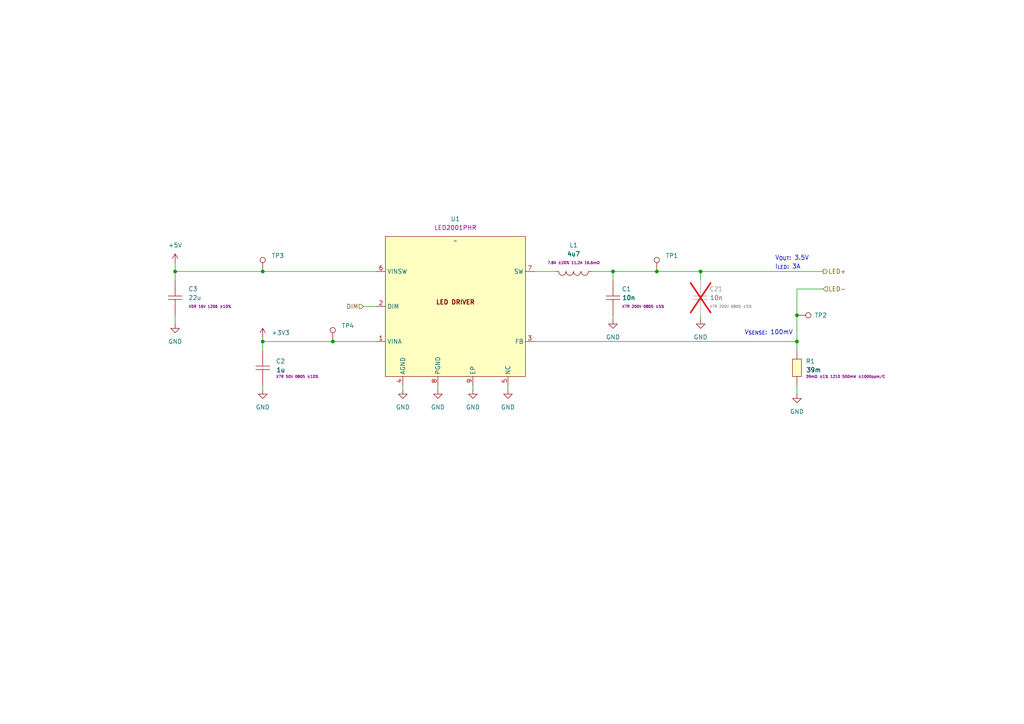
<source format=kicad_sch>
(kicad_sch (version 20231120) (generator "eeschema") (generator_version "8.0")
  (paper "A4")
  (lib_symbols
    (symbol "Connector:TestPoint" (pin_numbers hide) (pin_names (offset 0.762) hide)
      (property "Reference" "TP" (at 0 6.858 0))
      (property "Value" "TestPoint" (at 0 5.08 0))
      (symbol "TestPoint_0_1"
        (circle (center 0 3.302) (radius 0.762))
      )
      (symbol "TestPoint_1_1"
        (pin passive line (at 0 0 90) (length 2.54) (name "1") (number "1"))
      )
    )
    (symbol "EASYEDA2KICAD:C_10n_X7R_CERAMIC" (pin_numbers hide) (pin_names hide)
      (property "Reference" "C" (at 0 8.89 0))
      (property "Value" "10n" (at 0 6.35 0))
      (property "Extra Value" "X7R 200V 0805 ±5%" (at 0 3.81 0))
      (symbol "C_10n_X7R_CERAMIC_0_1"
        (polyline (pts (xy -0.51 -2.03) (xy -0.51 2.03)))
        (polyline (pts (xy -0.51 0) (xy -2.54 0)))
        (polyline (pts (xy 0.51 2.03) (xy 0.51 -2.03)))
        (polyline (pts (xy 2.54 0) (xy 0.51 0)))
      )
      (symbol "C_10n_X7R_CERAMIC_1_1"
        (pin passive line (at -5.08 0 0) (length 2.54) (name "1") (number "1"))
        (pin passive line (at 5.08 0 180) (length 2.54) (name "2") (number "2"))
      )
    )
    (symbol "EASYEDA2KICAD:C_1uF_X7R_CERAMIC" (pin_numbers hide) (pin_names hide)
      (property "Reference" "C" (at 0 8.89 0))
      (property "Value" "1u" (at 0 6.35 0))
      (property "Extra Values" "X7R 50V 0805 ±10% " (at 0 3.81 0))
      (symbol "C_1uF_X7R_CERAMIC_0_1"
        (polyline (pts (xy -2.54 0) (xy -0.51 0)))
        (polyline (pts (xy -0.51 2.03) (xy -0.51 -2.03)))
        (polyline (pts (xy 0.51 0) (xy 2.54 0)))
        (polyline (pts (xy 0.51 2.03) (xy 0.51 -2.03)))
      )
      (symbol "C_1uF_X7R_CERAMIC_1_1"
        (pin passive line (at -5.08 0 0) (length 2.54) (name "1") (number "1"))
        (pin passive line (at 5.08 0 180) (length 2.54) (name "2") (number "2"))
      )
    )
    (symbol "EASYEDA2KICAD:C_22uF_X5R_CERAMIC" (pin_numbers hide) (pin_names hide)
      (property "Reference" "C" (at 0 8.89 0))
      (property "Value" "22u" (at 0 6.35 0))
      (property "Extra Value" "X5R 16V 1206 ±10%" (at 0 3.81 0))
      (symbol "C_22uF_X5R_CERAMIC_0_1"
        (polyline (pts (xy -0.51 -2.03) (xy -0.51 2.03)))
        (polyline (pts (xy -0.51 0) (xy -2.54 0)))
        (polyline (pts (xy 0.51 2.03) (xy 0.51 -2.03)))
        (polyline (pts (xy 2.54 0) (xy 0.51 0)))
      )
      (symbol "C_22uF_X5R_CERAMIC_1_1"
        (pin passive line (at -5.08 0 0) (length 2.54) (name "1") (number "1"))
        (pin passive line (at 5.08 0 180) (length 2.54) (name "2") (number "2"))
      )
    )
    (symbol "EASYEDA2KICAD:LED2001PHR"
      (property "Reference" "U" (at 0 25.4 0))
      (property "Description" "LED2001PHR" (at 0 22.86 0))
      (symbol "LED2001PHR_1_1"
        (rectangle (start -20.32 20.32) (end 20.32 -20.32) (fill (type background)))
        (text "LED DRIVER" (at 0 1.27 0) (effects (font (size 1.27 1.27) (bold yes))))
        (pin power_in line (at -22.86 -10.16 0) (length 2.54) (name "VINA") (number "1"))
        (pin input line (at -22.86 0 0) (length 2.54) (name "DIM") (number "2"))
        (pin power_in line (at 22.86 -10.16 180) (length 2.54) (name "FB") (number "3"))
        (pin power_in line (at -15.24 -22.86 90) (length 2.54) (name "AGND") (number "4"))
        (pin passive line (at 15.24 -22.86 90) (length 2.54) (name "NC") (number "5"))
        (pin power_in line (at -22.86 10.16 0) (length 2.54) (name "VINSW") (number "6"))
        (pin power_out line (at 22.86 10.16 180) (length 2.54) (name "SW") (number "7"))
        (pin power_in line (at -5.08 -22.86 90) (length 2.54) (name "PGND") (number "8"))
        (pin passive line (at 5.08 -22.86 90) (length 2.54) (name "EP") (number "9"))
      )
    )
    (symbol "EASYEDA2KICAD:L_4u7_7.8A_SPM7054VT-4R7M-D" (pin_numbers hide) (pin_names hide)
      (property "Reference" "L" (at 0 7.62 0))
      (property "Value" "4u7" (at 0 5.08 0))
      (property "Extra Value" "7.8A ±20% 11.2A 16.6mΩ" (at 0 2.54 0))
      (symbol "L_4u7_7.8A_SPM7054VT-4R7M-D_0_1"
        (arc (start -4.29 -0.02) (mid -2.81 -1.01) (end -2.27 -0.02))
        (arc (start -2.13 -0.02) (mid -0.66 -1.01) (end -0.11 -0.02))
        (arc (start 0.02 -0.02) (mid 1.49 -1.01) (end 2.04 -0.02))
        (arc (start 2.21 -0.02) (mid 3.68 -1.01) (end 4.23 -0.02))
      )
      (symbol "L_4u7_7.8A_SPM7054VT-4R7M-D_1_1"
        (pin passive line (at -5.08 0 0) (length 0.762) (name "1") (number "1"))
        (pin passive line (at 5.08 0 180) (length 0.762) (name "2") (number "2"))
      )
    )
    (symbol "EASYEDA2KICAD:R_39mOhm_1210_500mW" (pin_numbers hide) (pin_names hide)
      (property "Reference" "R" (at 0 7.62 0))
      (property "Value" "39m" (at 0 5.08 0))
      (property "Extra Value" "39mΩ ±1% 1210 500mW ±1000ppm/C" (at 0 2.54 0))
      (symbol "R_39mOhm_1210_500mW_0_1"
        (rectangle (start -2.54 1.27) (end 2.54 -1.27) (fill (type background)))
      )
      (symbol "R_39mOhm_1210_500mW_1_1"
        (pin passive line (at -5.08 0 0) (length 2.54) (name "1") (number "1"))
        (pin passive line (at 5.08 0 180) (length 2.54) (name "2") (number "2"))
      )
    )
    (symbol "power:+5V" (power) (pin_numbers hide) (pin_names (offset 0) hide)
      (property "Value" "+5V" (at 0 3.556 0))
      (symbol "+5V_0_1"
        (polyline (pts (xy -0.762 1.27) (xy 0 2.54)))
        (polyline (pts (xy 0 0) (xy 0 2.54)))
        (polyline (pts (xy 0 2.54) (xy 0.762 1.27)))
      )
      (symbol "+5V_1_1"
        (pin power_in line (at 0 0 90) (length 0) (name "~") (number "1"))
      )
    )
    (symbol "power:GND" (power) (pin_numbers hide) (pin_names (offset 0) hide)
      (property "Value" "GND" (at 0 -3.81 0))
      (symbol "GND_0_1"
        (polyline (pts (xy 0 0) (xy 0 -1.27) (xy 1.27 -1.27) (xy 0 -2.54) (xy -1.27 -1.27) (xy 0 -1.27)))
      )
      (symbol "GND_1_1"
        (pin power_in line (at 0 0 270) (length 0) (name "~") (number "1"))
      )
    )
  )
  (junction (at 76.2 99.06))
  (junction (at 231.14 99.06))
  (junction (at 203.2 78.74))
  (junction (at 190.5 78.74))
  (junction (at 177.8 78.74))
  (junction (at 231.14 91.44))
  (junction (at 50.8 78.74))
  (junction (at 96.52 99.06))
  (junction (at 76.2 78.74))
  (wire (pts (xy 203.2 78.74) (xy 238.76 78.74)))
  (wire (pts (xy 76.2 99.06) (xy 96.52 99.06)))
  (wire (pts (xy 231.14 91.44) (xy 231.14 99.06)))
  (wire (pts (xy 76.2 78.74) (xy 109.22 78.74)))
  (wire (pts (xy 105.41 88.9) (xy 109.22 88.9)))
  (wire (pts (xy 76.2 99.06) (xy 76.2 101.6)))
  (wire (pts (xy 177.8 78.74) (xy 190.5 78.74)))
  (wire (pts (xy 76.2 113.03) (xy 76.2 111.76)))
  (wire (pts (xy 154.94 99.06) (xy 231.14 99.06)))
  (wire (pts (xy 231.14 83.82) (xy 231.14 91.44)))
  (wire (pts (xy 76.2 97.79) (xy 76.2 99.06)))
  (wire (pts (xy 50.8 78.74) (xy 76.2 78.74)))
  (wire (pts (xy 177.8 81.28) (xy 177.8 78.74)))
  (wire (pts (xy 50.8 93.98) (xy 50.8 91.44)))
  (wire (pts (xy 203.2 81.28) (xy 203.2 78.74)))
  (wire (pts (xy 161.29 78.74) (xy 154.94 78.74)))
  (wire (pts (xy 116.84 111.76) (xy 116.84 113.03)))
  (wire (pts (xy 147.32 113.03) (xy 147.32 111.76)))
  (wire (pts (xy 127 113.03) (xy 127 111.76)))
  (wire (pts (xy 50.8 81.28) (xy 50.8 78.74)))
  (wire (pts (xy 203.2 91.44) (xy 203.2 92.71)))
  (wire (pts (xy 190.5 78.74) (xy 203.2 78.74)))
  (wire (pts (xy 231.14 83.82) (xy 238.76 83.82)))
  (wire (pts (xy 177.8 91.44) (xy 177.8 92.71)))
  (wire (pts (xy 171.45 78.74) (xy 177.8 78.74)))
  (wire (pts (xy 231.14 99.06) (xy 231.14 101.6)))
  (wire (pts (xy 96.52 99.06) (xy 109.22 99.06)))
  (wire (pts (xy 231.14 111.76) (xy 231.14 114.3)))
  (wire (pts (xy 137.16 113.03) (xy 137.16 111.76)))
  (wire (pts (xy 50.8 76.2) (xy 50.8 78.74)))
  (text "V_{OUT}: 3.5V\n" (at 224.79 74.93 0) (effects (font (size 1.27 1.27)) (justify left)))
  (text "V_{SENSE}: 100mV" (at 215.9 96.52 0) (effects (font (size 1.27 1.27)) (justify left)))
  (text "I_{LED}: 3A" (at 224.79 77.47 0) (effects (font (size 1.27 1.27)) (justify left)))
  (hierarchical_label "LED+" (shape output) (at 238.76 78.74 0))
  (hierarchical_label "LED-" (shape input) (at 238.76 83.82 0))
  (hierarchical_label "DIM" (shape input) (at 105.41 88.9 180))
  (symbol (lib_id "EASYEDA2KICAD:L_4u7_7.8A_SPM7054VT-4R7M-D") (at 166.37 78.74 0) (unit 1)
    (property "Reference" "L1" (at 166.37 71.12 0))
    (property "Value" "4u7" (at 166.37 73.66 0) (effects (font (bold yes))))
    (property "Footprint" "EASYEDA2KICAD:IND-SMD_L7.5-W7.0_SPM7054VT-330M-D" (effects (hide yes)))
    (property "Datasheet" "https://jlcpcb.com/partdetail/Tdk-SPM7054VT_4R7MD/C2047699" (effects (hide yes)))
    (property "Description" "SPM7054VT-4R7M-D" (effects (hide yes)))
    (property "LCSC Part" "C2047699" (effects (hide yes)))
    (property "Extra Value" "7.8A ±20% 11.2A 16.6mΩ" (at 166.37 76.2 0) (effects (font (size 0.762 0.762))))
  )
  (symbol (lib_id "power:GND") (at 116.84 113.03 0) (unit 1)
    (property "Reference" "#PWR06" (effects (hide yes)))
    (property "Value" "GND" (at 116.84 118.11 0))
    (property "Description" "Power symbol creates a global label with name \"GND\" , ground" (effects (hide yes)))
  )
  (symbol (lib_id "power:GND") (at 147.32 113.03 0) (unit 1)
    (property "Reference" "#PWR02" (effects (hide yes)))
    (property "Value" "GND" (at 147.32 118.11 0))
    (property "Description" "Power symbol creates a global label with name \"GND\" , ground" (effects (hide yes)))
  )
  (symbol (lib_id "power:GND") (at 177.8 92.71 0) (unit 1)
    (property "Reference" "#PWR04" (effects (hide yes)))
    (property "Value" "GND" (at 177.8 97.79 0))
    (property "Description" "Power symbol creates a global label with name \"GND\" , ground" (effects (hide yes)))
  )
  (symbol (lib_id "Connector:TestPoint") (at 76.2 78.74 0) (unit 1)
    (property "Reference" "TP3" (at 78.74 74.1679 0) (effects (justify left)))
    (property "Value" "TestPoint" (effects (hide yes)))
    (property "Footprint" "TestPoint:TestPoint_Keystone_5000-5004_Miniature" (effects (hide yes)))
    (property "Description" "test point" (effects (hide yes)))
  )
  (symbol (lib_id "power:GND") (at 231.14 114.3 0) (unit 1)
    (property "Reference" "#PWR05" (effects (hide yes)))
    (property "Value" "GND" (at 231.14 119.38 0))
    (property "Description" "Power symbol creates a global label with name \"GND\" , ground" (effects (hide yes)))
  )
  (symbol (lib_id "Connector:TestPoint") (at 190.5 78.74 0) (unit 1)
    (property "Reference" "TP1" (at 193.04 74.1679 0) (effects (justify left)))
    (property "Value" "TestPoint" (effects (hide yes)))
    (property "Footprint" "TestPoint:TestPoint_Keystone_5000-5004_Miniature" (effects (hide yes)))
    (property "Description" "test point" (effects (hide yes)))
  )
  (symbol (lib_id "power:+5V") (at 76.2 97.79 0) (unit 1)
    (property "Reference" "#PWR09" (effects (hide yes)))
    (property "Value" "+3V3" (at 78.74 96.5199 0) (effects (justify left)))
    (property "Description" "Power symbol creates a global label with name \"+5V\"" (effects (hide yes)))
  )
  (symbol (lib_id "EASYEDA2KICAD:C_10n_X7R_CERAMIC") (at 177.8 86.36 90) (unit 1)
    (property "Reference" "C1" (at 180.34 83.82 90) (effects (justify right)))
    (property "Value" "10n" (at 180.34 86.36 90) (effects (font (bold yes)) (justify right)))
    (property "Footprint" "EASYEDA2KICAD:C1206" (effects (hide yes)))
    (property "Datasheet" "https://lcsc.com/product-detail/Multilayer-Ceramic-Capacitors-MLCC-SMD-SMT_YAGEO-CC1206JRX7RABB103_C527328.html" (effects (hide yes)))
    (property "Description" "Surface mount ceramic multilayer capacitor" (effects (hide yes)))
    (property "LCSC Part" "C527328" (effects (hide yes)))
    (property "Extra Value" "X7R 200V 0805 ±5%" (at 180.34 88.9 90) (effects (font (size 0.762 0.762)) (justify right)))
  )
  (symbol (lib_id "power:GND") (at 76.2 113.03 0) (unit 1)
    (property "Reference" "#PWR07" (effects (hide yes)))
    (property "Value" "GND" (at 76.2 118.11 0))
    (property "Description" "Power symbol creates a global label with name \"GND\" , ground" (effects (hide yes)))
  )
  (symbol (lib_id "power:GND") (at 137.16 113.03 0) (unit 1)
    (property "Reference" "#PWR03" (effects (hide yes)))
    (property "Value" "GND" (at 137.16 118.11 0))
    (property "Description" "Power symbol creates a global label with name \"GND\" , ground" (effects (hide yes)))
  )
  (symbol (lib_id "power:+5V") (at 50.8 76.2 0) (unit 1)
    (property "Reference" "#PWR08" (effects (hide yes)))
    (property "Value" "+5V" (at 50.8 71.12 0))
    (property "Description" "Power symbol creates a global label with name \"+5V\"" (effects (hide yes)))
  )
  (symbol (lib_id "Connector:TestPoint") (at 96.52 99.06 0) (unit 1)
    (property "Reference" "TP4" (at 99.06 94.4879 0) (effects (justify left)))
    (property "Value" "TestPoint" (effects (hide yes)))
    (property "Footprint" "TestPoint:TestPoint_Keystone_5000-5004_Miniature" (effects (hide yes)))
    (property "Description" "test point" (effects (hide yes)))
  )
  (symbol (lib_id "EASYEDA2KICAD:R_39mOhm_1210_500mW") (at 231.14 106.68 90) (unit 1)
    (property "Reference" "R1" (at 233.68 104.7749 90) (effects (justify right)))
    (property "Value" "39m" (at 233.68 107.315 90) (effects (font (bold yes)) (justify right)))
    (property "Footprint" "EASYEDA2KICAD:R1210" (effects (hide yes)))
    (property "Datasheet" "https://wmsc.lcsc.com/wmsc/upload/file/pdf/v2/lcsc/2010202007_YAGEO-RL1210FR-070R039L_C728529.pdf" (effects (hide yes)))
    (property "Description" "Low Ohmic chip resistor" (effects (hide yes)))
    (property "LCSC Part" "C728529" (effects (hide yes)))
    (property "Extra Value" "39mΩ ±1% 1210 500mW ±1000ppm/C" (at 233.68 109.22 90) (effects (font (size 0.762 0.762)) (justify right)))
  )
  (symbol (lib_id "power:GND") (at 50.8 93.98 0) (unit 1)
    (property "Reference" "#PWR010" (effects (hide yes)))
    (property "Value" "GND" (at 50.8 99.06 0))
    (property "Description" "Power symbol creates a global label with name \"GND\" , ground" (effects (hide yes)))
  )
  (symbol (lib_id "power:GND") (at 203.2 92.71 0) (unit 1)
    (property "Reference" "#PWR085" (effects (hide yes)))
    (property "Value" "GND" (at 203.2 97.79 0))
    (property "Description" "Power symbol creates a global label with name \"GND\" , ground" (effects (hide yes)))
  )
  (symbol (lib_id "EASYEDA2KICAD:C_10n_X7R_CERAMIC") (at 203.2 86.36 90) (unit 1) (dnp yes)
    (property "Reference" "C21" (at 205.74 83.82 90) (effects (justify right)))
    (property "Value" "10n" (at 205.74 86.36 90) (effects (font (bold yes)) (justify right)))
    (property "Footprint" "EASYEDA2KICAD:C1206" (effects (hide yes)))
    (property "Datasheet" "https://lcsc.com/product-detail/Multilayer-Ceramic-Capacitors-MLCC-SMD-SMT_YAGEO-CC1206JRX7RABB103_C527328.html" (effects (hide yes)))
    (property "Description" "Surface mount ceramic multilayer capacitor" (effects (hide yes)))
    (property "LCSC Part" "C527328" (effects (hide yes)))
    (property "Extra Value" "X7R 200V 0805 ±5%" (at 205.74 88.9 90) (effects (font (size 0.762 0.762)) (justify right)))
  )
  (symbol (lib_id "EASYEDA2KICAD:LED2001PHR") (at 132.08 88.9 0) (unit 1)
    (property "Reference" "U1" (at 132.08 63.5 0))
    (property "Value" "~" (at 132.08 69.85 0))
    (property "Footprint" "EASYEDA2KICAD:HSOP-8_L5.0-W4.0-P1.27-LS6.2-BL-EP" (effects (hide yes)))
    (property "Datasheet" "https://www.st.com/resource/en/datasheet/led2001.pdf" (effects (hide yes)))
    (property "Description" "LED2001PHR" (at 132.08 66.04 0))
    (property "LCSC Part" "C2678918" (effects (hide yes)))
  )
  (symbol (lib_id "power:GND") (at 127 113.03 0) (unit 1)
    (property "Reference" "#PWR01" (effects (hide yes)))
    (property "Value" "GND" (at 127 118.11 0))
    (property "Description" "Power symbol creates a global label with name \"GND\" , ground" (effects (hide yes)))
  )
  (symbol (lib_id "EASYEDA2KICAD:C_22uF_X5R_CERAMIC") (at 50.8 86.36 90) (unit 1)
    (property "Reference" "C3" (at 54.61 83.8199 90) (effects (justify right)))
    (property "Value" "22u" (at 54.61 86.3599 90) (effects (justify right)))
    (property "Footprint" "EASYEDA2KICAD:C1206" (effects (hide yes)))
    (property "Datasheet" "https://lcsc.com/product-detail/Multilayer-Ceramic-Capacitors-MLCC-SMD-SMT_SAMSUNG_CL31A226KOHNNNE_22uF-226-10-16V_C90146.html" (effects (hide yes)))
    (property "Description" "Multilayer Ceramic Capacitors" (effects (hide yes)))
    (property "LCSC Part" "C90146" (effects (hide yes)))
    (property "Extra Value" "X5R 16V 1206 ±10%" (at 54.61 88.8999 90) (effects (font (size 0.762 0.762) (bold yes)) (justify right)))
  )
  (symbol (lib_id "Connector:TestPoint") (at 231.14 91.44 270) (unit 1)
    (property "Reference" "TP2" (at 236.22 91.4399 90) (effects (justify left)))
    (property "Value" "TestPoint" (effects (hide yes)))
    (property "Footprint" "TestPoint:TestPoint_Keystone_5000-5004_Miniature" (effects (hide yes)))
    (property "Description" "test point" (effects (hide yes)))
  )
  (symbol (lib_id "EASYEDA2KICAD:C_1uF_X7R_CERAMIC") (at 76.2 106.68 90) (unit 1)
    (property "Reference" "C2" (at 80.01 104.7749 90) (effects (justify right)))
    (property "Value" "1u" (at 80.01 107.315 90) (effects (font (bold yes)) (justify right)))
    (property "Footprint" "EASYEDA2KICAD:C0805" (effects (hide yes)))
    (property "Datasheet" "https://wmsc.lcsc.com/wmsc/upload/file/pdf/v2/lcsc/2304140030_Samsung-Electro-Mechanics-CL21B105KBFNNNE_C28323.pdf" (effects (hide yes)))
    (property "Description" "Samsung Multilayer Ceramic Capacitors" (effects (hide yes)))
    (property "LCSC Part" "C28323" (effects (hide yes)))
    (property "Extra Values" "X7R 50V 0805 ±10% " (at 80.01 109.22 90) (effects (font (size 0.762 0.762)) (justify right)))
  )
)
</source>
